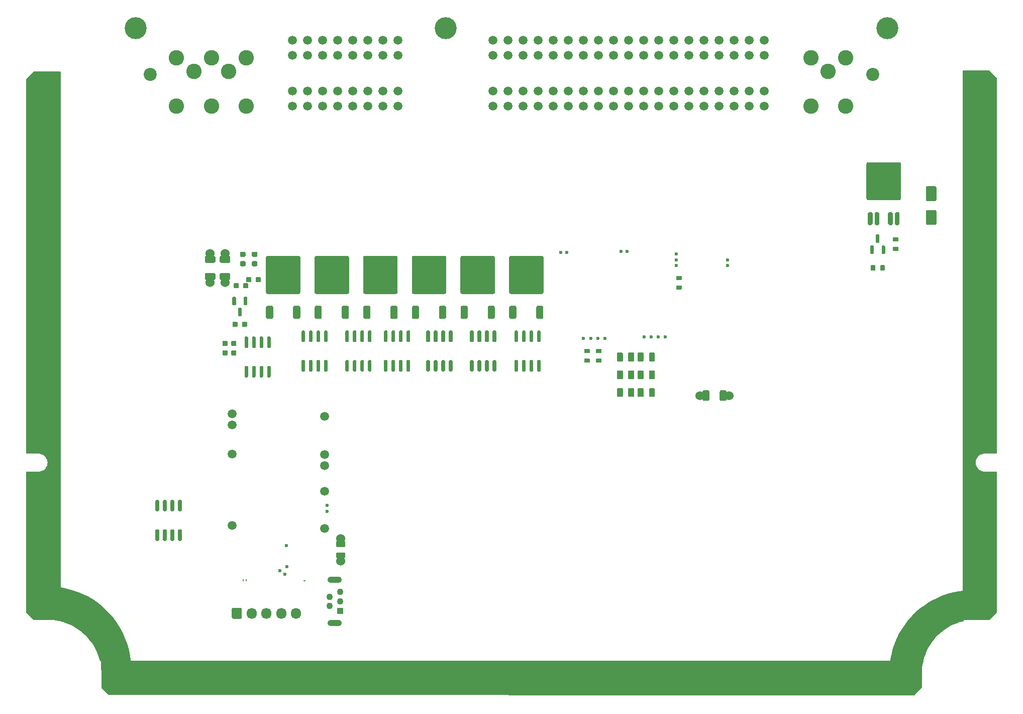
<source format=gts>
G04 #@! TF.GenerationSoftware,KiCad,Pcbnew,8.0.8*
G04 #@! TF.CreationDate,2025-12-11T16:30:44-05:00*
G04 #@! TF.ProjectId,hellen121vag,68656c6c-656e-4313-9231-7661672e6b69,d*
G04 #@! TF.SameCoordinates,PX2b953a0PY6943058*
G04 #@! TF.FileFunction,Soldermask,Top*
G04 #@! TF.FilePolarity,Negative*
%FSLAX46Y46*%
G04 Gerber Fmt 4.6, Leading zero omitted, Abs format (unit mm)*
G04 Created by KiCad (PCBNEW 8.0.8) date 2025-12-11 16:30:44*
%MOMM*%
%LPD*%
G01*
G04 APERTURE LIST*
%ADD10C,3.700000*%
%ADD11C,2.200000*%
%ADD12C,2.600000*%
%ADD13C,1.500000*%
%ADD14C,0.600000*%
%ADD15C,1.524000*%
%ADD16O,1.700000X1.850000*%
%ADD17R,1.100000X1.100000*%
%ADD18C,1.100000*%
%ADD19O,2.400000X1.100000*%
%ADD20O,0.499999X0.250000*%
%ADD21O,0.250000X0.499999*%
%ADD22C,0.599999*%
G04 APERTURE END LIST*
D10*
G04 #@! TO.C,P1*
X144952000Y113258000D03*
D11*
X142502000Y105458000D03*
D10*
X70452000Y113258000D03*
D11*
X20702000Y105458000D03*
D10*
X18252000Y113258000D03*
D12*
X137852000Y108258000D03*
X132052000Y108258000D03*
X134952000Y105928000D03*
X137852000Y100128000D03*
X132052000Y100128000D03*
D13*
X78432000Y100128000D03*
X80972000Y100128000D03*
X83512000Y100128000D03*
X86052000Y100128000D03*
X88592000Y100128000D03*
X91132000Y100128000D03*
X93672000Y100128000D03*
X96212000Y100128000D03*
X98752000Y100128000D03*
X101292000Y100128000D03*
X103832000Y100128000D03*
X106372000Y100128000D03*
X108912000Y100128000D03*
X111452000Y100128000D03*
X113992000Y100128000D03*
X116532000Y100128000D03*
X119072000Y100128000D03*
X121612000Y100128000D03*
X124152000Y100128000D03*
X78432000Y102668000D03*
X80972000Y102668000D03*
X83512000Y102668000D03*
X86052000Y102668000D03*
X88592000Y102668000D03*
X91132000Y102668000D03*
X93672000Y102668000D03*
X96212000Y102668000D03*
X98752000Y102668000D03*
X101292000Y102668000D03*
X103832000Y102668000D03*
X106372000Y102668000D03*
X108912000Y102668000D03*
X111452000Y102668000D03*
X113992000Y102668000D03*
X116532000Y102668000D03*
X119072000Y102668000D03*
X121612000Y102668000D03*
X124152000Y102668000D03*
X78432000Y108718000D03*
X80972000Y108718000D03*
X83512000Y108718000D03*
X86052000Y108718000D03*
X88592000Y108718000D03*
X91132000Y108718000D03*
X93672000Y108718000D03*
X96212000Y108718000D03*
X98752000Y108718000D03*
X101292000Y108718000D03*
X103832000Y108718000D03*
X106372000Y108718000D03*
X108912000Y108718000D03*
X111452000Y108718000D03*
X113992000Y108718000D03*
X116532000Y108718000D03*
X119072000Y108718000D03*
X121612000Y108718000D03*
X124152000Y108718000D03*
X78432000Y111258000D03*
X80972000Y111258000D03*
X83512000Y111258000D03*
X86052000Y111258000D03*
X88592000Y111258000D03*
X91132000Y111258000D03*
X93672000Y111258000D03*
X96212000Y111258000D03*
X98752000Y111258000D03*
X101292000Y111258000D03*
X103832000Y111258000D03*
X106372000Y111258000D03*
X108912000Y111258000D03*
X111452000Y111258000D03*
X113992000Y111258000D03*
X116532000Y111258000D03*
X119072000Y111258000D03*
X121612000Y111258000D03*
X124152000Y111258000D03*
X62462000Y111258000D03*
X59922000Y111258000D03*
X57382000Y111258000D03*
X54842000Y111258000D03*
X52302000Y111258000D03*
X49762000Y111258000D03*
X47222000Y111258000D03*
X44682000Y111258000D03*
X62462000Y108718000D03*
X59922000Y108718000D03*
X57382000Y108718000D03*
X54842000Y108718000D03*
X52302000Y108718000D03*
X49762000Y108718000D03*
X47222000Y108718000D03*
X44682000Y108718000D03*
X62462000Y102668000D03*
X59922000Y102668000D03*
X57382000Y102668000D03*
X54842000Y102668000D03*
X52302000Y102668000D03*
X49762000Y102668000D03*
X47222000Y102668000D03*
X44682000Y102668000D03*
X62462000Y100128000D03*
X59922000Y100128000D03*
X57382000Y100128000D03*
X54842000Y100128000D03*
X52302000Y100128000D03*
X49762000Y100128000D03*
X47222000Y100128000D03*
X44682000Y100128000D03*
D12*
X36852000Y108258000D03*
X31052000Y108258000D03*
X25152000Y108258000D03*
X33952000Y105928000D03*
X28052000Y105928000D03*
X36852000Y100128000D03*
X31052000Y100128000D03*
X25152000Y100128000D03*
G04 #@! TD*
G04 #@! TO.C,R12*
G36*
G01*
X99349999Y51250000D02*
X99349999Y52500000D01*
G75*
G02*
X99449999Y52600000I100000J0D01*
G01*
X100249999Y52600000D01*
G75*
G02*
X100349999Y52500000I0J-100000D01*
G01*
X100349999Y51250000D01*
G75*
G02*
X100249999Y51150000I-100000J0D01*
G01*
X99449999Y51150000D01*
G75*
G02*
X99349999Y51250000I0J100000D01*
G01*
G37*
G36*
G01*
X101250021Y51250000D02*
X101250021Y52500000D01*
G75*
G02*
X101350021Y52600000I100000J0D01*
G01*
X102150021Y52600000D01*
G75*
G02*
X102250021Y52500000I0J-100000D01*
G01*
X102250021Y51250000D01*
G75*
G02*
X102150021Y51150000I-100000J0D01*
G01*
X101350021Y51150000D01*
G75*
G02*
X101250021Y51250000I0J100000D01*
G01*
G37*
G04 #@! TD*
G04 #@! TO.C,L2*
G36*
G01*
X38043750Y75600000D02*
X38556250Y75600000D01*
G75*
G02*
X38775000Y75381250I0J-218750D01*
G01*
X38775000Y74943750D01*
G75*
G02*
X38556250Y74725000I-218750J0D01*
G01*
X38043750Y74725000D01*
G75*
G02*
X37825000Y74943750I0J218750D01*
G01*
X37825000Y75381250D01*
G75*
G02*
X38043750Y75600000I218750J0D01*
G01*
G37*
G36*
G01*
X38043750Y74025000D02*
X38556250Y74025000D01*
G75*
G02*
X38775000Y73806250I0J-218750D01*
G01*
X38775000Y73368750D01*
G75*
G02*
X38556250Y73150000I-218750J0D01*
G01*
X38043750Y73150000D01*
G75*
G02*
X37825000Y73368750I0J218750D01*
G01*
X37825000Y73806250D01*
G75*
G02*
X38043750Y74025000I218750J0D01*
G01*
G37*
G04 #@! TD*
G04 #@! TO.C,Q1*
G36*
G01*
X82150000Y64300000D02*
X81450000Y64300000D01*
G75*
G02*
X81200000Y64550000I0J250000D01*
G01*
X81200000Y66250000D01*
G75*
G02*
X81450000Y66500000I250000J0D01*
G01*
X82150000Y66500000D01*
G75*
G02*
X82400000Y66250000I0J-250000D01*
G01*
X82400000Y64550000D01*
G75*
G02*
X82150000Y64300000I-250000J0D01*
G01*
G37*
G36*
G01*
X86730003Y68500000D02*
X81429997Y68500000D01*
G75*
G02*
X81180000Y68749997I0J249997D01*
G01*
X81180000Y74650003D01*
G75*
G02*
X81429997Y74900000I249997J0D01*
G01*
X86730003Y74900000D01*
G75*
G02*
X86980000Y74650003I0J-249997D01*
G01*
X86980000Y68749997D01*
G75*
G02*
X86730003Y68500000I-249997J0D01*
G01*
G37*
G36*
G01*
X86710000Y64300000D02*
X86010000Y64300000D01*
G75*
G02*
X85760000Y64550000I0J250000D01*
G01*
X85760000Y66250000D01*
G75*
G02*
X86010000Y66500000I250000J0D01*
G01*
X86710000Y66500000D01*
G75*
G02*
X86960000Y66250000I0J-250000D01*
G01*
X86960000Y64550000D01*
G75*
G02*
X86710000Y64300000I-250000J0D01*
G01*
G37*
G04 #@! TD*
G04 #@! TO.C,Q4*
G36*
G01*
X57565000Y64300000D02*
X56865000Y64300000D01*
G75*
G02*
X56615000Y64550000I0J250000D01*
G01*
X56615000Y66250000D01*
G75*
G02*
X56865000Y66500000I250000J0D01*
G01*
X57565000Y66500000D01*
G75*
G02*
X57815000Y66250000I0J-250000D01*
G01*
X57815000Y64550000D01*
G75*
G02*
X57565000Y64300000I-250000J0D01*
G01*
G37*
G36*
G01*
X62145003Y68500000D02*
X56844997Y68500000D01*
G75*
G02*
X56595000Y68749997I0J249997D01*
G01*
X56595000Y74650003D01*
G75*
G02*
X56844997Y74900000I249997J0D01*
G01*
X62145003Y74900000D01*
G75*
G02*
X62395000Y74650003I0J-249997D01*
G01*
X62395000Y68749997D01*
G75*
G02*
X62145003Y68500000I-249997J0D01*
G01*
G37*
G36*
G01*
X62125000Y64300000D02*
X61425000Y64300000D01*
G75*
G02*
X61175000Y64550000I0J250000D01*
G01*
X61175000Y66250000D01*
G75*
G02*
X61425000Y66500000I250000J0D01*
G01*
X62125000Y66500000D01*
G75*
G02*
X62375000Y66250000I0J-250000D01*
G01*
X62375000Y64550000D01*
G75*
G02*
X62125000Y64300000I-250000J0D01*
G01*
G37*
G04 #@! TD*
G04 #@! TO.C,C28*
G36*
G01*
X36875000Y70535000D02*
X36875000Y71215000D01*
G75*
G02*
X36960000Y71300000I85000J0D01*
G01*
X37640000Y71300000D01*
G75*
G02*
X37725000Y71215000I0J-85000D01*
G01*
X37725000Y70535000D01*
G75*
G02*
X37640000Y70450000I-85000J0D01*
G01*
X36960000Y70450000D01*
G75*
G02*
X36875000Y70535000I0J85000D01*
G01*
G37*
G36*
G01*
X38455002Y70535000D02*
X38455002Y71215000D01*
G75*
G02*
X38540002Y71300000I85000J0D01*
G01*
X39220002Y71300000D01*
G75*
G02*
X39305002Y71215000I0J-85000D01*
G01*
X39305002Y70535000D01*
G75*
G02*
X39220002Y70450000I-85000J0D01*
G01*
X38540002Y70450000D01*
G75*
G02*
X38455002Y70535000I0J85000D01*
G01*
G37*
G04 #@! TD*
G04 #@! TO.C,U7*
G36*
G01*
X46640000Y55425000D02*
X46340000Y55425000D01*
G75*
G02*
X46190000Y55575000I0J150000D01*
G01*
X46190000Y57225000D01*
G75*
G02*
X46340000Y57375000I150000J0D01*
G01*
X46640000Y57375000D01*
G75*
G02*
X46790000Y57225000I0J-150000D01*
G01*
X46790000Y55575000D01*
G75*
G02*
X46640000Y55425000I-150000J0D01*
G01*
G37*
G36*
G01*
X47910000Y55425000D02*
X47610000Y55425000D01*
G75*
G02*
X47460000Y55575000I0J150000D01*
G01*
X47460000Y57225000D01*
G75*
G02*
X47610000Y57375000I150000J0D01*
G01*
X47910000Y57375000D01*
G75*
G02*
X48060000Y57225000I0J-150000D01*
G01*
X48060000Y55575000D01*
G75*
G02*
X47910000Y55425000I-150000J0D01*
G01*
G37*
G36*
G01*
X49180000Y55425000D02*
X48880000Y55425000D01*
G75*
G02*
X48730000Y55575000I0J150000D01*
G01*
X48730000Y57225000D01*
G75*
G02*
X48880000Y57375000I150000J0D01*
G01*
X49180000Y57375000D01*
G75*
G02*
X49330000Y57225000I0J-150000D01*
G01*
X49330000Y55575000D01*
G75*
G02*
X49180000Y55425000I-150000J0D01*
G01*
G37*
G36*
G01*
X50450000Y55425000D02*
X50150000Y55425000D01*
G75*
G02*
X50000000Y55575000I0J150000D01*
G01*
X50000000Y57225000D01*
G75*
G02*
X50150000Y57375000I150000J0D01*
G01*
X50450000Y57375000D01*
G75*
G02*
X50600000Y57225000I0J-150000D01*
G01*
X50600000Y55575000D01*
G75*
G02*
X50450000Y55425000I-150000J0D01*
G01*
G37*
G36*
G01*
X50450000Y60375000D02*
X50150000Y60375000D01*
G75*
G02*
X50000000Y60525000I0J150000D01*
G01*
X50000000Y62175000D01*
G75*
G02*
X50150000Y62325000I150000J0D01*
G01*
X50450000Y62325000D01*
G75*
G02*
X50600000Y62175000I0J-150000D01*
G01*
X50600000Y60525000D01*
G75*
G02*
X50450000Y60375000I-150000J0D01*
G01*
G37*
G36*
G01*
X49180000Y60375000D02*
X48880000Y60375000D01*
G75*
G02*
X48730000Y60525000I0J150000D01*
G01*
X48730000Y62175000D01*
G75*
G02*
X48880000Y62325000I150000J0D01*
G01*
X49180000Y62325000D01*
G75*
G02*
X49330000Y62175000I0J-150000D01*
G01*
X49330000Y60525000D01*
G75*
G02*
X49180000Y60375000I-150000J0D01*
G01*
G37*
G36*
G01*
X47910000Y60375000D02*
X47610000Y60375000D01*
G75*
G02*
X47460000Y60525000I0J150000D01*
G01*
X47460000Y62175000D01*
G75*
G02*
X47610000Y62325000I150000J0D01*
G01*
X47910000Y62325000D01*
G75*
G02*
X48060000Y62175000I0J-150000D01*
G01*
X48060000Y60525000D01*
G75*
G02*
X47910000Y60375000I-150000J0D01*
G01*
G37*
G36*
G01*
X46640000Y60375000D02*
X46340000Y60375000D01*
G75*
G02*
X46190000Y60525000I0J150000D01*
G01*
X46190000Y62175000D01*
G75*
G02*
X46340000Y62325000I150000J0D01*
G01*
X46640000Y62325000D01*
G75*
G02*
X46790000Y62175000I0J-150000D01*
G01*
X46790000Y60525000D01*
G75*
G02*
X46640000Y60375000I-150000J0D01*
G01*
G37*
G04 #@! TD*
D13*
G04 #@! TO.C,M1*
X50049998Y47874997D03*
X50049998Y41475000D03*
X50049998Y39574997D03*
X50049998Y35274997D03*
D14*
X50499997Y32875000D03*
X50499997Y31874999D03*
D13*
X50049998Y29024997D03*
X34550001Y48324999D03*
X34550001Y46475000D03*
X34550001Y41524997D03*
X34550001Y29474999D03*
G04 #@! TD*
D14*
G04 #@! TO.C,M2*
X109325000Y73300001D03*
X109325000Y74250001D03*
X109325000Y75199999D03*
X118025000Y74200001D03*
X118025000Y73300001D03*
G04 #@! TD*
G04 #@! TO.C,U10*
G36*
G01*
X142220000Y80075000D02*
X141820000Y80075000D01*
G75*
G02*
X141620000Y80275000I0J200000D01*
G01*
X141620000Y82075000D01*
G75*
G02*
X141820000Y82275000I200000J0D01*
G01*
X142220000Y82275000D01*
G75*
G02*
X142420000Y82075000I0J-200000D01*
G01*
X142420000Y80275000D01*
G75*
G02*
X142220000Y80075000I-200000J0D01*
G01*
G37*
G36*
G01*
X143360000Y80075000D02*
X142960000Y80075000D01*
G75*
G02*
X142760000Y80275000I0J200000D01*
G01*
X142760000Y82075000D01*
G75*
G02*
X142960000Y82275000I200000J0D01*
G01*
X143360000Y82275000D01*
G75*
G02*
X143560000Y82075000I0J-200000D01*
G01*
X143560000Y80275000D01*
G75*
G02*
X143360000Y80075000I-200000J0D01*
G01*
G37*
G36*
G01*
X146950003Y84275000D02*
X141649997Y84275000D01*
G75*
G02*
X141400000Y84524997I0J249997D01*
G01*
X141400000Y90425003D01*
G75*
G02*
X141649997Y90675000I249997J0D01*
G01*
X146950003Y90675000D01*
G75*
G02*
X147200000Y90425003I0J-249997D01*
G01*
X147200000Y84524997D01*
G75*
G02*
X146950003Y84275000I-249997J0D01*
G01*
G37*
G36*
G01*
X145640000Y80075000D02*
X145240000Y80075000D01*
G75*
G02*
X145040000Y80275000I0J200000D01*
G01*
X145040000Y82075000D01*
G75*
G02*
X145240000Y82275000I200000J0D01*
G01*
X145640000Y82275000D01*
G75*
G02*
X145840000Y82075000I0J-200000D01*
G01*
X145840000Y80275000D01*
G75*
G02*
X145640000Y80075000I-200000J0D01*
G01*
G37*
G36*
G01*
X146780000Y80075000D02*
X146380000Y80075000D01*
G75*
G02*
X146180000Y80275000I0J200000D01*
G01*
X146180000Y82075000D01*
G75*
G02*
X146380000Y82275000I200000J0D01*
G01*
X146780000Y82275000D01*
G75*
G02*
X146980000Y82075000I0J-200000D01*
G01*
X146980000Y80275000D01*
G75*
G02*
X146780000Y80075000I-200000J0D01*
G01*
G37*
G04 #@! TD*
G04 #@! TO.C,Q6*
G36*
G01*
X41175000Y64300000D02*
X40475000Y64300000D01*
G75*
G02*
X40225000Y64550000I0J250000D01*
G01*
X40225000Y66250000D01*
G75*
G02*
X40475000Y66500000I250000J0D01*
G01*
X41175000Y66500000D01*
G75*
G02*
X41425000Y66250000I0J-250000D01*
G01*
X41425000Y64550000D01*
G75*
G02*
X41175000Y64300000I-250000J0D01*
G01*
G37*
G36*
G01*
X45755003Y68500000D02*
X40454997Y68500000D01*
G75*
G02*
X40205000Y68749997I0J249997D01*
G01*
X40205000Y74650003D01*
G75*
G02*
X40454997Y74900000I249997J0D01*
G01*
X45755003Y74900000D01*
G75*
G02*
X46005000Y74650003I0J-249997D01*
G01*
X46005000Y68749997D01*
G75*
G02*
X45755003Y68500000I-249997J0D01*
G01*
G37*
G36*
G01*
X45735000Y64300000D02*
X45035000Y64300000D01*
G75*
G02*
X44785000Y64550000I0J250000D01*
G01*
X44785000Y66250000D01*
G75*
G02*
X45035000Y66500000I250000J0D01*
G01*
X45735000Y66500000D01*
G75*
G02*
X45985000Y66250000I0J-250000D01*
G01*
X45985000Y64550000D01*
G75*
G02*
X45735000Y64300000I-250000J0D01*
G01*
G37*
G04 #@! TD*
G04 #@! TO.C,C29*
G36*
G01*
X37015001Y63715000D02*
X37015001Y63035000D01*
G75*
G02*
X36930001Y62950000I-85000J0D01*
G01*
X36250001Y62950000D01*
G75*
G02*
X36165001Y63035000I0J85000D01*
G01*
X36165001Y63715000D01*
G75*
G02*
X36250001Y63800000I85000J0D01*
G01*
X36930001Y63800000D01*
G75*
G02*
X37015001Y63715000I0J-85000D01*
G01*
G37*
G36*
G01*
X35434999Y63715000D02*
X35434999Y63035000D01*
G75*
G02*
X35349999Y62950000I-85000J0D01*
G01*
X34669999Y62950000D01*
G75*
G02*
X34584999Y63035000I0J85000D01*
G01*
X34584999Y63715000D01*
G75*
G02*
X34669999Y63800000I85000J0D01*
G01*
X35349999Y63800000D01*
G75*
G02*
X35434999Y63715000I0J-85000D01*
G01*
G37*
G04 #@! TD*
G04 #@! TO.C,M4*
X105100000Y61237500D03*
X103900000Y61237500D03*
X106300000Y61237500D03*
X107500000Y61237500D03*
X101040000Y75662500D03*
X100040000Y75662500D03*
G04 #@! TD*
G04 #@! TO.C,C31*
G36*
G01*
X35140000Y58159999D02*
X34460000Y58159999D01*
G75*
G02*
X34375000Y58244999I0J85000D01*
G01*
X34375000Y58924999D01*
G75*
G02*
X34460000Y59009999I85000J0D01*
G01*
X35140000Y59009999D01*
G75*
G02*
X35225000Y58924999I0J-85000D01*
G01*
X35225000Y58244999D01*
G75*
G02*
X35140000Y58159999I-85000J0D01*
G01*
G37*
G36*
G01*
X35140000Y59740001D02*
X34460000Y59740001D01*
G75*
G02*
X34375000Y59825001I0J85000D01*
G01*
X34375000Y60505001D01*
G75*
G02*
X34460000Y60590001I85000J0D01*
G01*
X35140000Y60590001D01*
G75*
G02*
X35225000Y60505001I0J-85000D01*
G01*
X35225000Y59825001D01*
G75*
G02*
X35140000Y59740001I-85000J0D01*
G01*
G37*
G04 #@! TD*
G04 #@! TO.C,R8*
G36*
G01*
X102849999Y54250000D02*
X102849999Y55500000D01*
G75*
G02*
X102949999Y55600000I100000J0D01*
G01*
X103749999Y55600000D01*
G75*
G02*
X103849999Y55500000I0J-100000D01*
G01*
X103849999Y54250000D01*
G75*
G02*
X103749999Y54150000I-100000J0D01*
G01*
X102949999Y54150000D01*
G75*
G02*
X102849999Y54250000I0J100000D01*
G01*
G37*
G36*
G01*
X104750021Y54250000D02*
X104750021Y55500000D01*
G75*
G02*
X104850021Y55600000I100000J0D01*
G01*
X105650021Y55600000D01*
G75*
G02*
X105750021Y55500000I0J-100000D01*
G01*
X105750021Y54250000D01*
G75*
G02*
X105650021Y54150000I-100000J0D01*
G01*
X104850021Y54150000D01*
G75*
G02*
X104750021Y54250000I0J100000D01*
G01*
G37*
G04 #@! TD*
G04 #@! TO.C,R10*
G36*
G01*
X99349999Y57250000D02*
X99349999Y58500000D01*
G75*
G02*
X99449999Y58600000I100000J0D01*
G01*
X100249999Y58600000D01*
G75*
G02*
X100349999Y58500000I0J-100000D01*
G01*
X100349999Y57250000D01*
G75*
G02*
X100249999Y57150000I-100000J0D01*
G01*
X99449999Y57150000D01*
G75*
G02*
X99349999Y57250000I0J100000D01*
G01*
G37*
G36*
G01*
X101250021Y57250000D02*
X101250021Y58500000D01*
G75*
G02*
X101350021Y58600000I100000J0D01*
G01*
X102150021Y58600000D01*
G75*
G02*
X102250021Y58500000I0J-100000D01*
G01*
X102250021Y57250000D01*
G75*
G02*
X102150021Y57150000I-100000J0D01*
G01*
X101350021Y57150000D01*
G75*
G02*
X101250021Y57250000I0J100000D01*
G01*
G37*
G04 #@! TD*
G04 #@! TO.C,U5*
G36*
G01*
X60545000Y55425000D02*
X60245000Y55425000D01*
G75*
G02*
X60095000Y55575000I0J150000D01*
G01*
X60095000Y57225000D01*
G75*
G02*
X60245000Y57375000I150000J0D01*
G01*
X60545000Y57375000D01*
G75*
G02*
X60695000Y57225000I0J-150000D01*
G01*
X60695000Y55575000D01*
G75*
G02*
X60545000Y55425000I-150000J0D01*
G01*
G37*
G36*
G01*
X61815000Y55425000D02*
X61515000Y55425000D01*
G75*
G02*
X61365000Y55575000I0J150000D01*
G01*
X61365000Y57225000D01*
G75*
G02*
X61515000Y57375000I150000J0D01*
G01*
X61815000Y57375000D01*
G75*
G02*
X61965000Y57225000I0J-150000D01*
G01*
X61965000Y55575000D01*
G75*
G02*
X61815000Y55425000I-150000J0D01*
G01*
G37*
G36*
G01*
X63085000Y55425000D02*
X62785000Y55425000D01*
G75*
G02*
X62635000Y55575000I0J150000D01*
G01*
X62635000Y57225000D01*
G75*
G02*
X62785000Y57375000I150000J0D01*
G01*
X63085000Y57375000D01*
G75*
G02*
X63235000Y57225000I0J-150000D01*
G01*
X63235000Y55575000D01*
G75*
G02*
X63085000Y55425000I-150000J0D01*
G01*
G37*
G36*
G01*
X64355000Y55425000D02*
X64055000Y55425000D01*
G75*
G02*
X63905000Y55575000I0J150000D01*
G01*
X63905000Y57225000D01*
G75*
G02*
X64055000Y57375000I150000J0D01*
G01*
X64355000Y57375000D01*
G75*
G02*
X64505000Y57225000I0J-150000D01*
G01*
X64505000Y55575000D01*
G75*
G02*
X64355000Y55425000I-150000J0D01*
G01*
G37*
G36*
G01*
X64355000Y60375000D02*
X64055000Y60375000D01*
G75*
G02*
X63905000Y60525000I0J150000D01*
G01*
X63905000Y62175000D01*
G75*
G02*
X64055000Y62325000I150000J0D01*
G01*
X64355000Y62325000D01*
G75*
G02*
X64505000Y62175000I0J-150000D01*
G01*
X64505000Y60525000D01*
G75*
G02*
X64355000Y60375000I-150000J0D01*
G01*
G37*
G36*
G01*
X63085000Y60375000D02*
X62785000Y60375000D01*
G75*
G02*
X62635000Y60525000I0J150000D01*
G01*
X62635000Y62175000D01*
G75*
G02*
X62785000Y62325000I150000J0D01*
G01*
X63085000Y62325000D01*
G75*
G02*
X63235000Y62175000I0J-150000D01*
G01*
X63235000Y60525000D01*
G75*
G02*
X63085000Y60375000I-150000J0D01*
G01*
G37*
G36*
G01*
X61815000Y60375000D02*
X61515000Y60375000D01*
G75*
G02*
X61365000Y60525000I0J150000D01*
G01*
X61365000Y62175000D01*
G75*
G02*
X61515000Y62325000I150000J0D01*
G01*
X61815000Y62325000D01*
G75*
G02*
X61965000Y62175000I0J-150000D01*
G01*
X61965000Y60525000D01*
G75*
G02*
X61815000Y60375000I-150000J0D01*
G01*
G37*
G36*
G01*
X60545000Y60375000D02*
X60245000Y60375000D01*
G75*
G02*
X60095000Y60525000I0J150000D01*
G01*
X60095000Y62175000D01*
G75*
G02*
X60245000Y62325000I150000J0D01*
G01*
X60545000Y62325000D01*
G75*
G02*
X60695000Y62175000I0J-150000D01*
G01*
X60695000Y60525000D01*
G75*
G02*
X60545000Y60375000I-150000J0D01*
G01*
G37*
G04 #@! TD*
D15*
G04 #@! TO.C,F2*
X33300000Y75325000D03*
G36*
G01*
X32400000Y73980010D02*
X32400000Y74670010D01*
G75*
G02*
X32630000Y74900010I230000J0D01*
G01*
X33970000Y74900010D01*
G75*
G02*
X34200000Y74670010I0J-230000D01*
G01*
X34200000Y73980010D01*
G75*
G02*
X33970000Y73750010I-230000J0D01*
G01*
X32630000Y73750010D01*
G75*
G02*
X32400000Y73980010I0J230000D01*
G01*
G37*
G36*
G01*
X32400000Y71079990D02*
X32400000Y71769990D01*
G75*
G02*
X32630000Y71999990I230000J0D01*
G01*
X33970000Y71999990D01*
G75*
G02*
X34200000Y71769990I0J-230000D01*
G01*
X34200000Y71079990D01*
G75*
G02*
X33970000Y70849990I-230000J0D01*
G01*
X32630000Y70849990D01*
G75*
G02*
X32400000Y71079990I0J230000D01*
G01*
G37*
X33300000Y70425000D03*
G04 #@! TD*
G04 #@! TO.C,Q3*
G36*
G01*
X65760000Y64300000D02*
X65060000Y64300000D01*
G75*
G02*
X64810000Y64550000I0J250000D01*
G01*
X64810000Y66250000D01*
G75*
G02*
X65060000Y66500000I250000J0D01*
G01*
X65760000Y66500000D01*
G75*
G02*
X66010000Y66250000I0J-250000D01*
G01*
X66010000Y64550000D01*
G75*
G02*
X65760000Y64300000I-250000J0D01*
G01*
G37*
G36*
G01*
X70340003Y68500000D02*
X65039997Y68500000D01*
G75*
G02*
X64790000Y68749997I0J249997D01*
G01*
X64790000Y74650003D01*
G75*
G02*
X65039997Y74900000I249997J0D01*
G01*
X70340003Y74900000D01*
G75*
G02*
X70590000Y74650003I0J-249997D01*
G01*
X70590000Y68749997D01*
G75*
G02*
X70340003Y68500000I-249997J0D01*
G01*
G37*
G36*
G01*
X70320000Y64300000D02*
X69620000Y64300000D01*
G75*
G02*
X69370000Y64550000I0J250000D01*
G01*
X69370000Y66250000D01*
G75*
G02*
X69620000Y66500000I250000J0D01*
G01*
X70320000Y66500000D01*
G75*
G02*
X70570000Y66250000I0J-250000D01*
G01*
X70570000Y64550000D01*
G75*
G02*
X70320000Y64300000I-250000J0D01*
G01*
G37*
G04 #@! TD*
G04 #@! TO.C,R4*
X52800000Y27329999D03*
G36*
G01*
X52175000Y26875000D02*
X53425000Y26875000D01*
G75*
G02*
X53525000Y26775000I0J-100000D01*
G01*
X53525000Y25975000D01*
G75*
G02*
X53425000Y25875000I-100000J0D01*
G01*
X52175000Y25875000D01*
G75*
G02*
X52075000Y25975000I0J100000D01*
G01*
X52075000Y26775000D01*
G75*
G02*
X52175000Y26875000I100000J0D01*
G01*
G37*
G36*
G01*
X52175000Y24974978D02*
X53425000Y24974978D01*
G75*
G02*
X53525000Y24874978I0J-100000D01*
G01*
X53525000Y24074978D01*
G75*
G02*
X53425000Y23974978I-100000J0D01*
G01*
X52175000Y23974978D01*
G75*
G02*
X52075000Y24074978I0J100000D01*
G01*
X52075000Y24874978D01*
G75*
G02*
X52175000Y24974978I100000J0D01*
G01*
G37*
X52800000Y23519999D03*
G04 #@! TD*
G04 #@! TO.C,R9*
G36*
G01*
X102849999Y51250000D02*
X102849999Y52500000D01*
G75*
G02*
X102949999Y52600000I100000J0D01*
G01*
X103749999Y52600000D01*
G75*
G02*
X103849999Y52500000I0J-100000D01*
G01*
X103849999Y51250000D01*
G75*
G02*
X103749999Y51150000I-100000J0D01*
G01*
X102949999Y51150000D01*
G75*
G02*
X102849999Y51250000I0J100000D01*
G01*
G37*
G36*
G01*
X104750021Y51250000D02*
X104750021Y52500000D01*
G75*
G02*
X104850021Y52600000I100000J0D01*
G01*
X105650021Y52600000D01*
G75*
G02*
X105750021Y52500000I0J-100000D01*
G01*
X105750021Y51250000D01*
G75*
G02*
X105650021Y51150000I-100000J0D01*
G01*
X104850021Y51150000D01*
G75*
G02*
X104750021Y51250000I0J100000D01*
G01*
G37*
G04 #@! TD*
G04 #@! TO.C,F3*
X118250000Y51375000D03*
G36*
G01*
X116905010Y52275000D02*
X117595010Y52275000D01*
G75*
G02*
X117825010Y52045000I0J-230000D01*
G01*
X117825010Y50705000D01*
G75*
G02*
X117595010Y50475000I-230000J0D01*
G01*
X116905010Y50475000D01*
G75*
G02*
X116675010Y50705000I0J230000D01*
G01*
X116675010Y52045000D01*
G75*
G02*
X116905010Y52275000I230000J0D01*
G01*
G37*
G36*
G01*
X114004990Y52275000D02*
X114694990Y52275000D01*
G75*
G02*
X114924990Y52045000I0J-230000D01*
G01*
X114924990Y50705000D01*
G75*
G02*
X114694990Y50475000I-230000J0D01*
G01*
X114004990Y50475000D01*
G75*
G02*
X113774990Y50705000I0J230000D01*
G01*
X113774990Y52045000D01*
G75*
G02*
X114004990Y52275000I230000J0D01*
G01*
G37*
X113350000Y51375000D03*
G04 #@! TD*
G04 #@! TO.C,F1*
X30800000Y75325000D03*
G36*
G01*
X29900000Y73980010D02*
X29900000Y74670010D01*
G75*
G02*
X30130000Y74900010I230000J0D01*
G01*
X31470000Y74900010D01*
G75*
G02*
X31700000Y74670010I0J-230000D01*
G01*
X31700000Y73980010D01*
G75*
G02*
X31470000Y73750010I-230000J0D01*
G01*
X30130000Y73750010D01*
G75*
G02*
X29900000Y73980010I0J230000D01*
G01*
G37*
G36*
G01*
X29900000Y71079990D02*
X29900000Y71769990D01*
G75*
G02*
X30130000Y71999990I230000J0D01*
G01*
X31470000Y71999990D01*
G75*
G02*
X31700000Y71769990I0J-230000D01*
G01*
X31700000Y71079990D01*
G75*
G02*
X31470000Y70849990I-230000J0D01*
G01*
X30130000Y70849990D01*
G75*
G02*
X29900000Y71079990I0J230000D01*
G01*
G37*
X30800000Y70425000D03*
G04 #@! TD*
G04 #@! TO.C,Q7*
G36*
G01*
X142500000Y75200000D02*
X142200000Y75200000D01*
G75*
G02*
X142050000Y75350000I0J150000D01*
G01*
X142050000Y76525000D01*
G75*
G02*
X142200000Y76675000I150000J0D01*
G01*
X142500000Y76675000D01*
G75*
G02*
X142650000Y76525000I0J-150000D01*
G01*
X142650000Y75350000D01*
G75*
G02*
X142500000Y75200000I-150000J0D01*
G01*
G37*
G36*
G01*
X144400000Y75200000D02*
X144100000Y75200000D01*
G75*
G02*
X143950000Y75350000I0J150000D01*
G01*
X143950000Y76525000D01*
G75*
G02*
X144100000Y76675000I150000J0D01*
G01*
X144400000Y76675000D01*
G75*
G02*
X144550000Y76525000I0J-150000D01*
G01*
X144550000Y75350000D01*
G75*
G02*
X144400000Y75200000I-150000J0D01*
G01*
G37*
G36*
G01*
X143450000Y77075000D02*
X143150000Y77075000D01*
G75*
G02*
X143000000Y77225000I0J150000D01*
G01*
X143000000Y78400000D01*
G75*
G02*
X143150000Y78550000I150000J0D01*
G01*
X143450000Y78550000D01*
G75*
G02*
X143600000Y78400000I0J-150000D01*
G01*
X143600000Y77225000D01*
G75*
G02*
X143450000Y77075000I-150000J0D01*
G01*
G37*
G04 #@! TD*
G04 #@! TO.C,J21*
G36*
G01*
X34450000Y14050000D02*
X34450000Y15400000D01*
G75*
G02*
X34700000Y15650000I250000J0D01*
G01*
X35900000Y15650000D01*
G75*
G02*
X36150000Y15400000I0J-250000D01*
G01*
X36150000Y14050000D01*
G75*
G02*
X35900000Y13800000I-250000J0D01*
G01*
X34700000Y13800000D01*
G75*
G02*
X34450000Y14050000I0J250000D01*
G01*
G37*
D16*
X37800000Y14725000D03*
X40300000Y14725000D03*
X42800000Y14725000D03*
X45300000Y14725000D03*
G04 #@! TD*
G04 #@! TO.C,R15*
G36*
G01*
X142150000Y72485000D02*
X142150000Y73265000D01*
G75*
G02*
X142220000Y73335000I70000J0D01*
G01*
X142780000Y73335000D01*
G75*
G02*
X142850000Y73265000I0J-70000D01*
G01*
X142850000Y72485000D01*
G75*
G02*
X142780000Y72415000I-70000J0D01*
G01*
X142220000Y72415000D01*
G75*
G02*
X142150000Y72485000I0J70000D01*
G01*
G37*
G36*
G01*
X143750000Y72485000D02*
X143750000Y73265000D01*
G75*
G02*
X143820000Y73335000I70000J0D01*
G01*
X144380000Y73335000D01*
G75*
G02*
X144450000Y73265000I0J-70000D01*
G01*
X144450000Y72485000D01*
G75*
G02*
X144380000Y72415000I-70000J0D01*
G01*
X143820000Y72415000D01*
G75*
G02*
X143750000Y72485000I0J70000D01*
G01*
G37*
G04 #@! TD*
G04 #@! TO.C,C30*
G36*
G01*
X37225000Y70215000D02*
X37225000Y69535000D01*
G75*
G02*
X37140000Y69450000I-85000J0D01*
G01*
X36460000Y69450000D01*
G75*
G02*
X36375000Y69535000I0J85000D01*
G01*
X36375000Y70215000D01*
G75*
G02*
X36460000Y70300000I85000J0D01*
G01*
X37140000Y70300000D01*
G75*
G02*
X37225000Y70215000I0J-85000D01*
G01*
G37*
G36*
G01*
X35644998Y70215000D02*
X35644998Y69535000D01*
G75*
G02*
X35559998Y69450000I-85000J0D01*
G01*
X34879998Y69450000D01*
G75*
G02*
X34794998Y69535000I0J85000D01*
G01*
X34794998Y70215000D01*
G75*
G02*
X34879998Y70300000I85000J0D01*
G01*
X35559998Y70300000D01*
G75*
G02*
X35644998Y70215000I0J-85000D01*
G01*
G37*
G04 #@! TD*
G04 #@! TO.C,D6*
G36*
G01*
X36600000Y68050000D02*
X36900000Y68050000D01*
G75*
G02*
X37050000Y67900000I0J-150000D01*
G01*
X37050000Y66725000D01*
G75*
G02*
X36900000Y66575000I-150000J0D01*
G01*
X36600000Y66575000D01*
G75*
G02*
X36450000Y66725000I0J150000D01*
G01*
X36450000Y67900000D01*
G75*
G02*
X36600000Y68050000I150000J0D01*
G01*
G37*
G36*
G01*
X34700000Y68050000D02*
X35000000Y68050000D01*
G75*
G02*
X35150000Y67900000I0J-150000D01*
G01*
X35150000Y66725000D01*
G75*
G02*
X35000000Y66575000I-150000J0D01*
G01*
X34700000Y66575000D01*
G75*
G02*
X34550000Y66725000I0J150000D01*
G01*
X34550000Y67900000D01*
G75*
G02*
X34700000Y68050000I150000J0D01*
G01*
G37*
G36*
G01*
X35650000Y66175000D02*
X35950000Y66175000D01*
G75*
G02*
X36100000Y66025000I0J-150000D01*
G01*
X36100000Y64850000D01*
G75*
G02*
X35950000Y64700000I-150000J0D01*
G01*
X35650000Y64700000D01*
G75*
G02*
X35500000Y64850000I0J150000D01*
G01*
X35500000Y66025000D01*
G75*
G02*
X35650000Y66175000I150000J0D01*
G01*
G37*
G04 #@! TD*
G04 #@! TO.C,U3*
G36*
G01*
X75045000Y55425000D02*
X74745000Y55425000D01*
G75*
G02*
X74595000Y55575000I0J150000D01*
G01*
X74595000Y57225000D01*
G75*
G02*
X74745000Y57375000I150000J0D01*
G01*
X75045000Y57375000D01*
G75*
G02*
X75195000Y57225000I0J-150000D01*
G01*
X75195000Y55575000D01*
G75*
G02*
X75045000Y55425000I-150000J0D01*
G01*
G37*
G36*
G01*
X76315000Y55425000D02*
X76015000Y55425000D01*
G75*
G02*
X75865000Y55575000I0J150000D01*
G01*
X75865000Y57225000D01*
G75*
G02*
X76015000Y57375000I150000J0D01*
G01*
X76315000Y57375000D01*
G75*
G02*
X76465000Y57225000I0J-150000D01*
G01*
X76465000Y55575000D01*
G75*
G02*
X76315000Y55425000I-150000J0D01*
G01*
G37*
G36*
G01*
X77585000Y55425000D02*
X77285000Y55425000D01*
G75*
G02*
X77135000Y55575000I0J150000D01*
G01*
X77135000Y57225000D01*
G75*
G02*
X77285000Y57375000I150000J0D01*
G01*
X77585000Y57375000D01*
G75*
G02*
X77735000Y57225000I0J-150000D01*
G01*
X77735000Y55575000D01*
G75*
G02*
X77585000Y55425000I-150000J0D01*
G01*
G37*
G36*
G01*
X78855000Y55425000D02*
X78555000Y55425000D01*
G75*
G02*
X78405000Y55575000I0J150000D01*
G01*
X78405000Y57225000D01*
G75*
G02*
X78555000Y57375000I150000J0D01*
G01*
X78855000Y57375000D01*
G75*
G02*
X79005000Y57225000I0J-150000D01*
G01*
X79005000Y55575000D01*
G75*
G02*
X78855000Y55425000I-150000J0D01*
G01*
G37*
G36*
G01*
X78855000Y60375000D02*
X78555000Y60375000D01*
G75*
G02*
X78405000Y60525000I0J150000D01*
G01*
X78405000Y62175000D01*
G75*
G02*
X78555000Y62325000I150000J0D01*
G01*
X78855000Y62325000D01*
G75*
G02*
X79005000Y62175000I0J-150000D01*
G01*
X79005000Y60525000D01*
G75*
G02*
X78855000Y60375000I-150000J0D01*
G01*
G37*
G36*
G01*
X77585000Y60375000D02*
X77285000Y60375000D01*
G75*
G02*
X77135000Y60525000I0J150000D01*
G01*
X77135000Y62175000D01*
G75*
G02*
X77285000Y62325000I150000J0D01*
G01*
X77585000Y62325000D01*
G75*
G02*
X77735000Y62175000I0J-150000D01*
G01*
X77735000Y60525000D01*
G75*
G02*
X77585000Y60375000I-150000J0D01*
G01*
G37*
G36*
G01*
X76315000Y60375000D02*
X76015000Y60375000D01*
G75*
G02*
X75865000Y60525000I0J150000D01*
G01*
X75865000Y62175000D01*
G75*
G02*
X76015000Y62325000I150000J0D01*
G01*
X76315000Y62325000D01*
G75*
G02*
X76465000Y62175000I0J-150000D01*
G01*
X76465000Y60525000D01*
G75*
G02*
X76315000Y60375000I-150000J0D01*
G01*
G37*
G36*
G01*
X75045000Y60375000D02*
X74745000Y60375000D01*
G75*
G02*
X74595000Y60525000I0J150000D01*
G01*
X74595000Y62175000D01*
G75*
G02*
X74745000Y62325000I150000J0D01*
G01*
X75045000Y62325000D01*
G75*
G02*
X75195000Y62175000I0J-150000D01*
G01*
X75195000Y60525000D01*
G75*
G02*
X75045000Y60375000I-150000J0D01*
G01*
G37*
G04 #@! TD*
G04 #@! TO.C,Q5*
G36*
G01*
X49370000Y64300000D02*
X48670000Y64300000D01*
G75*
G02*
X48420000Y64550000I0J250000D01*
G01*
X48420000Y66250000D01*
G75*
G02*
X48670000Y66500000I250000J0D01*
G01*
X49370000Y66500000D01*
G75*
G02*
X49620000Y66250000I0J-250000D01*
G01*
X49620000Y64550000D01*
G75*
G02*
X49370000Y64300000I-250000J0D01*
G01*
G37*
G36*
G01*
X53950003Y68500000D02*
X48649997Y68500000D01*
G75*
G02*
X48400000Y68749997I0J249997D01*
G01*
X48400000Y74650003D01*
G75*
G02*
X48649997Y74900000I249997J0D01*
G01*
X53950003Y74900000D01*
G75*
G02*
X54200000Y74650003I0J-249997D01*
G01*
X54200000Y68749997D01*
G75*
G02*
X53950003Y68500000I-249997J0D01*
G01*
G37*
G36*
G01*
X53930000Y64300000D02*
X53230000Y64300000D01*
G75*
G02*
X52980000Y64550000I0J250000D01*
G01*
X52980000Y66250000D01*
G75*
G02*
X53230000Y66500000I250000J0D01*
G01*
X53930000Y66500000D01*
G75*
G02*
X54180000Y66250000I0J-250000D01*
G01*
X54180000Y64550000D01*
G75*
G02*
X53930000Y64300000I-250000J0D01*
G01*
G37*
G04 #@! TD*
D14*
G04 #@! TO.C,M3*
X94925000Y61050000D03*
X93725000Y61050000D03*
X96125000Y61050000D03*
X97325000Y61050000D03*
X90865000Y75475000D03*
X89865000Y75475000D03*
G04 #@! TD*
G04 #@! TO.C,R1*
G36*
G01*
X110190000Y69225000D02*
X109410000Y69225000D01*
G75*
G02*
X109340000Y69295000I0J70000D01*
G01*
X109340000Y69855000D01*
G75*
G02*
X109410000Y69925000I70000J0D01*
G01*
X110190000Y69925000D01*
G75*
G02*
X110260000Y69855000I0J-70000D01*
G01*
X110260000Y69295000D01*
G75*
G02*
X110190000Y69225000I-70000J0D01*
G01*
G37*
G36*
G01*
X110190000Y70825000D02*
X109410000Y70825000D01*
G75*
G02*
X109340000Y70895000I0J70000D01*
G01*
X109340000Y71455000D01*
G75*
G02*
X109410000Y71525000I70000J0D01*
G01*
X110190000Y71525000D01*
G75*
G02*
X110260000Y71455000I0J-70000D01*
G01*
X110260000Y70895000D01*
G75*
G02*
X110190000Y70825000I-70000J0D01*
G01*
G37*
G04 #@! TD*
G04 #@! TO.C,R54*
G36*
G01*
X145910000Y78025000D02*
X146690000Y78025000D01*
G75*
G02*
X146760000Y77955000I0J-70000D01*
G01*
X146760000Y77395000D01*
G75*
G02*
X146690000Y77325000I-70000J0D01*
G01*
X145910000Y77325000D01*
G75*
G02*
X145840000Y77395000I0J70000D01*
G01*
X145840000Y77955000D01*
G75*
G02*
X145910000Y78025000I70000J0D01*
G01*
G37*
G36*
G01*
X145910000Y76425000D02*
X146690000Y76425000D01*
G75*
G02*
X146760000Y76355000I0J-70000D01*
G01*
X146760000Y75795000D01*
G75*
G02*
X146690000Y75725000I-70000J0D01*
G01*
X145910000Y75725000D01*
G75*
G02*
X145840000Y75795000I0J70000D01*
G01*
X145840000Y76355000D01*
G75*
G02*
X145910000Y76425000I70000J0D01*
G01*
G37*
G04 #@! TD*
G04 #@! TO.C,R6*
G36*
G01*
X93910000Y59225000D02*
X94690000Y59225000D01*
G75*
G02*
X94760000Y59155000I0J-70000D01*
G01*
X94760000Y58595000D01*
G75*
G02*
X94690000Y58525000I-70000J0D01*
G01*
X93910000Y58525000D01*
G75*
G02*
X93840000Y58595000I0J70000D01*
G01*
X93840000Y59155000D01*
G75*
G02*
X93910000Y59225000I70000J0D01*
G01*
G37*
G36*
G01*
X93910000Y57625000D02*
X94690000Y57625000D01*
G75*
G02*
X94760000Y57555000I0J-70000D01*
G01*
X94760000Y56995000D01*
G75*
G02*
X94690000Y56925000I-70000J0D01*
G01*
X93910000Y56925000D01*
G75*
G02*
X93840000Y56995000I0J70000D01*
G01*
X93840000Y57555000D01*
G75*
G02*
X93910000Y57625000I70000J0D01*
G01*
G37*
G04 #@! TD*
G04 #@! TO.C,U6*
G36*
G01*
X67680000Y55425000D02*
X67380000Y55425000D01*
G75*
G02*
X67230000Y55575000I0J150000D01*
G01*
X67230000Y57225000D01*
G75*
G02*
X67380000Y57375000I150000J0D01*
G01*
X67680000Y57375000D01*
G75*
G02*
X67830000Y57225000I0J-150000D01*
G01*
X67830000Y55575000D01*
G75*
G02*
X67680000Y55425000I-150000J0D01*
G01*
G37*
G36*
G01*
X68950000Y55425000D02*
X68650000Y55425000D01*
G75*
G02*
X68500000Y55575000I0J150000D01*
G01*
X68500000Y57225000D01*
G75*
G02*
X68650000Y57375000I150000J0D01*
G01*
X68950000Y57375000D01*
G75*
G02*
X69100000Y57225000I0J-150000D01*
G01*
X69100000Y55575000D01*
G75*
G02*
X68950000Y55425000I-150000J0D01*
G01*
G37*
G36*
G01*
X70220000Y55425000D02*
X69920000Y55425000D01*
G75*
G02*
X69770000Y55575000I0J150000D01*
G01*
X69770000Y57225000D01*
G75*
G02*
X69920000Y57375000I150000J0D01*
G01*
X70220000Y57375000D01*
G75*
G02*
X70370000Y57225000I0J-150000D01*
G01*
X70370000Y55575000D01*
G75*
G02*
X70220000Y55425000I-150000J0D01*
G01*
G37*
G36*
G01*
X71490000Y55425000D02*
X71190000Y55425000D01*
G75*
G02*
X71040000Y55575000I0J150000D01*
G01*
X71040000Y57225000D01*
G75*
G02*
X71190000Y57375000I150000J0D01*
G01*
X71490000Y57375000D01*
G75*
G02*
X71640000Y57225000I0J-150000D01*
G01*
X71640000Y55575000D01*
G75*
G02*
X71490000Y55425000I-150000J0D01*
G01*
G37*
G36*
G01*
X71490000Y60375000D02*
X71190000Y60375000D01*
G75*
G02*
X71040000Y60525000I0J150000D01*
G01*
X71040000Y62175000D01*
G75*
G02*
X71190000Y62325000I150000J0D01*
G01*
X71490000Y62325000D01*
G75*
G02*
X71640000Y62175000I0J-150000D01*
G01*
X71640000Y60525000D01*
G75*
G02*
X71490000Y60375000I-150000J0D01*
G01*
G37*
G36*
G01*
X70220000Y60375000D02*
X69920000Y60375000D01*
G75*
G02*
X69770000Y60525000I0J150000D01*
G01*
X69770000Y62175000D01*
G75*
G02*
X69920000Y62325000I150000J0D01*
G01*
X70220000Y62325000D01*
G75*
G02*
X70370000Y62175000I0J-150000D01*
G01*
X70370000Y60525000D01*
G75*
G02*
X70220000Y60375000I-150000J0D01*
G01*
G37*
G36*
G01*
X68950000Y60375000D02*
X68650000Y60375000D01*
G75*
G02*
X68500000Y60525000I0J150000D01*
G01*
X68500000Y62175000D01*
G75*
G02*
X68650000Y62325000I150000J0D01*
G01*
X68950000Y62325000D01*
G75*
G02*
X69100000Y62175000I0J-150000D01*
G01*
X69100000Y60525000D01*
G75*
G02*
X68950000Y60375000I-150000J0D01*
G01*
G37*
G36*
G01*
X67680000Y60375000D02*
X67380000Y60375000D01*
G75*
G02*
X67230000Y60525000I0J150000D01*
G01*
X67230000Y62175000D01*
G75*
G02*
X67380000Y62325000I150000J0D01*
G01*
X67680000Y62325000D01*
G75*
G02*
X67830000Y62175000I0J-150000D01*
G01*
X67830000Y60525000D01*
G75*
G02*
X67680000Y60375000I-150000J0D01*
G01*
G37*
G04 #@! TD*
G04 #@! TO.C,L1*
G36*
G01*
X36043750Y75600000D02*
X36556250Y75600000D01*
G75*
G02*
X36775000Y75381250I0J-218750D01*
G01*
X36775000Y74943750D01*
G75*
G02*
X36556250Y74725000I-218750J0D01*
G01*
X36043750Y74725000D01*
G75*
G02*
X35825000Y74943750I0J218750D01*
G01*
X35825000Y75381250D01*
G75*
G02*
X36043750Y75600000I218750J0D01*
G01*
G37*
G36*
G01*
X36043750Y74025000D02*
X36556250Y74025000D01*
G75*
G02*
X36775000Y73806250I0J-218750D01*
G01*
X36775000Y73368750D01*
G75*
G02*
X36556250Y73150000I-218750J0D01*
G01*
X36043750Y73150000D01*
G75*
G02*
X35825000Y73368750I0J218750D01*
G01*
X35825000Y73806250D01*
G75*
G02*
X36043750Y74025000I218750J0D01*
G01*
G37*
G04 #@! TD*
G04 #@! TO.C,R7*
G36*
G01*
X102849999Y57250000D02*
X102849999Y58500000D01*
G75*
G02*
X102949999Y58600000I100000J0D01*
G01*
X103749999Y58600000D01*
G75*
G02*
X103849999Y58500000I0J-100000D01*
G01*
X103849999Y57250000D01*
G75*
G02*
X103749999Y57150000I-100000J0D01*
G01*
X102949999Y57150000D01*
G75*
G02*
X102849999Y57250000I0J100000D01*
G01*
G37*
G36*
G01*
X104750021Y57250000D02*
X104750021Y58500000D01*
G75*
G02*
X104850021Y58600000I100000J0D01*
G01*
X105650021Y58600000D01*
G75*
G02*
X105750021Y58500000I0J-100000D01*
G01*
X105750021Y57250000D01*
G75*
G02*
X105650021Y57150000I-100000J0D01*
G01*
X104850021Y57150000D01*
G75*
G02*
X104750021Y57250000I0J100000D01*
G01*
G37*
G04 #@! TD*
G04 #@! TO.C,R11*
G36*
G01*
X99349999Y54250000D02*
X99349999Y55500000D01*
G75*
G02*
X99449999Y55600000I100000J0D01*
G01*
X100249999Y55600000D01*
G75*
G02*
X100349999Y55500000I0J-100000D01*
G01*
X100349999Y54250000D01*
G75*
G02*
X100249999Y54150000I-100000J0D01*
G01*
X99449999Y54150000D01*
G75*
G02*
X99349999Y54250000I0J100000D01*
G01*
G37*
G36*
G01*
X101250021Y54250000D02*
X101250021Y55500000D01*
G75*
G02*
X101350021Y55600000I100000J0D01*
G01*
X102150021Y55600000D01*
G75*
G02*
X102250021Y55500000I0J-100000D01*
G01*
X102250021Y54250000D01*
G75*
G02*
X102150021Y54150000I-100000J0D01*
G01*
X101350021Y54150000D01*
G75*
G02*
X101250021Y54250000I0J100000D01*
G01*
G37*
G04 #@! TD*
G04 #@! TO.C,U4*
G36*
G01*
X54045000Y55425000D02*
X53745000Y55425000D01*
G75*
G02*
X53595000Y55575000I0J150000D01*
G01*
X53595000Y57225000D01*
G75*
G02*
X53745000Y57375000I150000J0D01*
G01*
X54045000Y57375000D01*
G75*
G02*
X54195000Y57225000I0J-150000D01*
G01*
X54195000Y55575000D01*
G75*
G02*
X54045000Y55425000I-150000J0D01*
G01*
G37*
G36*
G01*
X55315000Y55425000D02*
X55015000Y55425000D01*
G75*
G02*
X54865000Y55575000I0J150000D01*
G01*
X54865000Y57225000D01*
G75*
G02*
X55015000Y57375000I150000J0D01*
G01*
X55315000Y57375000D01*
G75*
G02*
X55465000Y57225000I0J-150000D01*
G01*
X55465000Y55575000D01*
G75*
G02*
X55315000Y55425000I-150000J0D01*
G01*
G37*
G36*
G01*
X56585000Y55425000D02*
X56285000Y55425000D01*
G75*
G02*
X56135000Y55575000I0J150000D01*
G01*
X56135000Y57225000D01*
G75*
G02*
X56285000Y57375000I150000J0D01*
G01*
X56585000Y57375000D01*
G75*
G02*
X56735000Y57225000I0J-150000D01*
G01*
X56735000Y55575000D01*
G75*
G02*
X56585000Y55425000I-150000J0D01*
G01*
G37*
G36*
G01*
X57855000Y55425000D02*
X57555000Y55425000D01*
G75*
G02*
X57405000Y55575000I0J150000D01*
G01*
X57405000Y57225000D01*
G75*
G02*
X57555000Y57375000I150000J0D01*
G01*
X57855000Y57375000D01*
G75*
G02*
X58005000Y57225000I0J-150000D01*
G01*
X58005000Y55575000D01*
G75*
G02*
X57855000Y55425000I-150000J0D01*
G01*
G37*
G36*
G01*
X57855000Y60375000D02*
X57555000Y60375000D01*
G75*
G02*
X57405000Y60525000I0J150000D01*
G01*
X57405000Y62175000D01*
G75*
G02*
X57555000Y62325000I150000J0D01*
G01*
X57855000Y62325000D01*
G75*
G02*
X58005000Y62175000I0J-150000D01*
G01*
X58005000Y60525000D01*
G75*
G02*
X57855000Y60375000I-150000J0D01*
G01*
G37*
G36*
G01*
X56585000Y60375000D02*
X56285000Y60375000D01*
G75*
G02*
X56135000Y60525000I0J150000D01*
G01*
X56135000Y62175000D01*
G75*
G02*
X56285000Y62325000I150000J0D01*
G01*
X56585000Y62325000D01*
G75*
G02*
X56735000Y62175000I0J-150000D01*
G01*
X56735000Y60525000D01*
G75*
G02*
X56585000Y60375000I-150000J0D01*
G01*
G37*
G36*
G01*
X55315000Y60375000D02*
X55015000Y60375000D01*
G75*
G02*
X54865000Y60525000I0J150000D01*
G01*
X54865000Y62175000D01*
G75*
G02*
X55015000Y62325000I150000J0D01*
G01*
X55315000Y62325000D01*
G75*
G02*
X55465000Y62175000I0J-150000D01*
G01*
X55465000Y60525000D01*
G75*
G02*
X55315000Y60375000I-150000J0D01*
G01*
G37*
G36*
G01*
X54045000Y60375000D02*
X53745000Y60375000D01*
G75*
G02*
X53595000Y60525000I0J150000D01*
G01*
X53595000Y62175000D01*
G75*
G02*
X53745000Y62325000I150000J0D01*
G01*
X54045000Y62325000D01*
G75*
G02*
X54195000Y62175000I0J-150000D01*
G01*
X54195000Y60525000D01*
G75*
G02*
X54045000Y60375000I-150000J0D01*
G01*
G37*
G04 #@! TD*
G04 #@! TO.C,D5*
G36*
G01*
X152950000Y80125000D02*
X151650000Y80125000D01*
G75*
G02*
X151400000Y80375000I0J250000D01*
G01*
X151400000Y82375000D01*
G75*
G02*
X151650000Y82625000I250000J0D01*
G01*
X152950000Y82625000D01*
G75*
G02*
X153200000Y82375000I0J-250000D01*
G01*
X153200000Y80375000D01*
G75*
G02*
X152950000Y80125000I-250000J0D01*
G01*
G37*
G36*
G01*
X152950000Y84125000D02*
X151650000Y84125000D01*
G75*
G02*
X151400000Y84375000I0J250000D01*
G01*
X151400000Y86375000D01*
G75*
G02*
X151650000Y86625000I250000J0D01*
G01*
X152950000Y86625000D01*
G75*
G02*
X153200000Y86375000I0J-250000D01*
G01*
X153200000Y84375000D01*
G75*
G02*
X152950000Y84125000I-250000J0D01*
G01*
G37*
G04 #@! TD*
D17*
G04 #@! TO.C,J22*
X52675000Y15125000D03*
D18*
X50925000Y15925000D03*
X52675000Y16725000D03*
X50925000Y17525000D03*
X52675000Y18325000D03*
D19*
X51800000Y13075000D03*
X51800000Y20375000D03*
G04 #@! TD*
G04 #@! TO.C,Q2*
G36*
G01*
X73955000Y64300000D02*
X73255000Y64300000D01*
G75*
G02*
X73005000Y64550000I0J250000D01*
G01*
X73005000Y66250000D01*
G75*
G02*
X73255000Y66500000I250000J0D01*
G01*
X73955000Y66500000D01*
G75*
G02*
X74205000Y66250000I0J-250000D01*
G01*
X74205000Y64550000D01*
G75*
G02*
X73955000Y64300000I-250000J0D01*
G01*
G37*
G36*
G01*
X78535003Y68500000D02*
X73234997Y68500000D01*
G75*
G02*
X72985000Y68749997I0J249997D01*
G01*
X72985000Y74650003D01*
G75*
G02*
X73234997Y74900000I249997J0D01*
G01*
X78535003Y74900000D01*
G75*
G02*
X78785000Y74650003I0J-249997D01*
G01*
X78785000Y68749997D01*
G75*
G02*
X78535003Y68500000I-249997J0D01*
G01*
G37*
G36*
G01*
X78515000Y64300000D02*
X77815000Y64300000D01*
G75*
G02*
X77565000Y64550000I0J250000D01*
G01*
X77565000Y66250000D01*
G75*
G02*
X77815000Y66500000I250000J0D01*
G01*
X78515000Y66500000D01*
G75*
G02*
X78765000Y66250000I0J-250000D01*
G01*
X78765000Y64550000D01*
G75*
G02*
X78515000Y64300000I-250000J0D01*
G01*
G37*
G04 #@! TD*
G04 #@! TO.C,C32*
G36*
G01*
X33640000Y58159999D02*
X32960000Y58159999D01*
G75*
G02*
X32875000Y58244999I0J85000D01*
G01*
X32875000Y58924999D01*
G75*
G02*
X32960000Y59009999I85000J0D01*
G01*
X33640000Y59009999D01*
G75*
G02*
X33725000Y58924999I0J-85000D01*
G01*
X33725000Y58244999D01*
G75*
G02*
X33640000Y58159999I-85000J0D01*
G01*
G37*
G36*
G01*
X33640000Y59740001D02*
X32960000Y59740001D01*
G75*
G02*
X32875000Y59825001I0J85000D01*
G01*
X32875000Y60505001D01*
G75*
G02*
X32960000Y60590001I85000J0D01*
G01*
X33640000Y60590001D01*
G75*
G02*
X33725000Y60505001I0J-85000D01*
G01*
X33725000Y59825001D01*
G75*
G02*
X33640000Y59740001I-85000J0D01*
G01*
G37*
G04 #@! TD*
D20*
G04 #@! TO.C,M7*
X46737495Y20231666D03*
D21*
X36387501Y20281664D03*
X36887502Y20281664D03*
D22*
X43437499Y21331662D03*
X42562497Y21856662D03*
X43737501Y22606660D03*
X43662498Y26156661D03*
G04 #@! TD*
G04 #@! TO.C,R5*
G36*
G01*
X95910000Y59225000D02*
X96690000Y59225000D01*
G75*
G02*
X96760000Y59155000I0J-70000D01*
G01*
X96760000Y58595000D01*
G75*
G02*
X96690000Y58525000I-70000J0D01*
G01*
X95910000Y58525000D01*
G75*
G02*
X95840000Y58595000I0J70000D01*
G01*
X95840000Y59155000D01*
G75*
G02*
X95910000Y59225000I70000J0D01*
G01*
G37*
G36*
G01*
X95910000Y57625000D02*
X96690000Y57625000D01*
G75*
G02*
X96760000Y57555000I0J-70000D01*
G01*
X96760000Y56995000D01*
G75*
G02*
X96690000Y56925000I-70000J0D01*
G01*
X95910000Y56925000D01*
G75*
G02*
X95840000Y56995000I0J70000D01*
G01*
X95840000Y57555000D01*
G75*
G02*
X95910000Y57625000I70000J0D01*
G01*
G37*
G04 #@! TD*
G04 #@! TO.C,U9*
G36*
G01*
X82545000Y55425000D02*
X82245000Y55425000D01*
G75*
G02*
X82095000Y55575000I0J150000D01*
G01*
X82095000Y57225000D01*
G75*
G02*
X82245000Y57375000I150000J0D01*
G01*
X82545000Y57375000D01*
G75*
G02*
X82695000Y57225000I0J-150000D01*
G01*
X82695000Y55575000D01*
G75*
G02*
X82545000Y55425000I-150000J0D01*
G01*
G37*
G36*
G01*
X83815000Y55425000D02*
X83515000Y55425000D01*
G75*
G02*
X83365000Y55575000I0J150000D01*
G01*
X83365000Y57225000D01*
G75*
G02*
X83515000Y57375000I150000J0D01*
G01*
X83815000Y57375000D01*
G75*
G02*
X83965000Y57225000I0J-150000D01*
G01*
X83965000Y55575000D01*
G75*
G02*
X83815000Y55425000I-150000J0D01*
G01*
G37*
G36*
G01*
X85085000Y55425000D02*
X84785000Y55425000D01*
G75*
G02*
X84635000Y55575000I0J150000D01*
G01*
X84635000Y57225000D01*
G75*
G02*
X84785000Y57375000I150000J0D01*
G01*
X85085000Y57375000D01*
G75*
G02*
X85235000Y57225000I0J-150000D01*
G01*
X85235000Y55575000D01*
G75*
G02*
X85085000Y55425000I-150000J0D01*
G01*
G37*
G36*
G01*
X86355000Y55425000D02*
X86055000Y55425000D01*
G75*
G02*
X85905000Y55575000I0J150000D01*
G01*
X85905000Y57225000D01*
G75*
G02*
X86055000Y57375000I150000J0D01*
G01*
X86355000Y57375000D01*
G75*
G02*
X86505000Y57225000I0J-150000D01*
G01*
X86505000Y55575000D01*
G75*
G02*
X86355000Y55425000I-150000J0D01*
G01*
G37*
G36*
G01*
X86355000Y60375000D02*
X86055000Y60375000D01*
G75*
G02*
X85905000Y60525000I0J150000D01*
G01*
X85905000Y62175000D01*
G75*
G02*
X86055000Y62325000I150000J0D01*
G01*
X86355000Y62325000D01*
G75*
G02*
X86505000Y62175000I0J-150000D01*
G01*
X86505000Y60525000D01*
G75*
G02*
X86355000Y60375000I-150000J0D01*
G01*
G37*
G36*
G01*
X85085000Y60375000D02*
X84785000Y60375000D01*
G75*
G02*
X84635000Y60525000I0J150000D01*
G01*
X84635000Y62175000D01*
G75*
G02*
X84785000Y62325000I150000J0D01*
G01*
X85085000Y62325000D01*
G75*
G02*
X85235000Y62175000I0J-150000D01*
G01*
X85235000Y60525000D01*
G75*
G02*
X85085000Y60375000I-150000J0D01*
G01*
G37*
G36*
G01*
X83815000Y60375000D02*
X83515000Y60375000D01*
G75*
G02*
X83365000Y60525000I0J150000D01*
G01*
X83365000Y62175000D01*
G75*
G02*
X83515000Y62325000I150000J0D01*
G01*
X83815000Y62325000D01*
G75*
G02*
X83965000Y62175000I0J-150000D01*
G01*
X83965000Y60525000D01*
G75*
G02*
X83815000Y60375000I-150000J0D01*
G01*
G37*
G36*
G01*
X82545000Y60375000D02*
X82245000Y60375000D01*
G75*
G02*
X82095000Y60525000I0J150000D01*
G01*
X82095000Y62175000D01*
G75*
G02*
X82245000Y62325000I150000J0D01*
G01*
X82545000Y62325000D01*
G75*
G02*
X82695000Y62175000I0J-150000D01*
G01*
X82695000Y60525000D01*
G75*
G02*
X82545000Y60375000I-150000J0D01*
G01*
G37*
G04 #@! TD*
G04 #@! TO.C,U11*
G36*
G01*
X22045000Y26925000D02*
X21745000Y26925000D01*
G75*
G02*
X21595000Y27075000I0J150000D01*
G01*
X21595000Y28725000D01*
G75*
G02*
X21745000Y28875000I150000J0D01*
G01*
X22045000Y28875000D01*
G75*
G02*
X22195000Y28725000I0J-150000D01*
G01*
X22195000Y27075000D01*
G75*
G02*
X22045000Y26925000I-150000J0D01*
G01*
G37*
G36*
G01*
X23315000Y26925000D02*
X23015000Y26925000D01*
G75*
G02*
X22865000Y27075000I0J150000D01*
G01*
X22865000Y28725000D01*
G75*
G02*
X23015000Y28875000I150000J0D01*
G01*
X23315000Y28875000D01*
G75*
G02*
X23465000Y28725000I0J-150000D01*
G01*
X23465000Y27075000D01*
G75*
G02*
X23315000Y26925000I-150000J0D01*
G01*
G37*
G36*
G01*
X24585000Y26925000D02*
X24285000Y26925000D01*
G75*
G02*
X24135000Y27075000I0J150000D01*
G01*
X24135000Y28725000D01*
G75*
G02*
X24285000Y28875000I150000J0D01*
G01*
X24585000Y28875000D01*
G75*
G02*
X24735000Y28725000I0J-150000D01*
G01*
X24735000Y27075000D01*
G75*
G02*
X24585000Y26925000I-150000J0D01*
G01*
G37*
G36*
G01*
X25855000Y26925000D02*
X25555000Y26925000D01*
G75*
G02*
X25405000Y27075000I0J150000D01*
G01*
X25405000Y28725000D01*
G75*
G02*
X25555000Y28875000I150000J0D01*
G01*
X25855000Y28875000D01*
G75*
G02*
X26005000Y28725000I0J-150000D01*
G01*
X26005000Y27075000D01*
G75*
G02*
X25855000Y26925000I-150000J0D01*
G01*
G37*
G36*
G01*
X25855000Y31875000D02*
X25555000Y31875000D01*
G75*
G02*
X25405000Y32025000I0J150000D01*
G01*
X25405000Y33675000D01*
G75*
G02*
X25555000Y33825000I150000J0D01*
G01*
X25855000Y33825000D01*
G75*
G02*
X26005000Y33675000I0J-150000D01*
G01*
X26005000Y32025000D01*
G75*
G02*
X25855000Y31875000I-150000J0D01*
G01*
G37*
G36*
G01*
X24585000Y31875000D02*
X24285000Y31875000D01*
G75*
G02*
X24135000Y32025000I0J150000D01*
G01*
X24135000Y33675000D01*
G75*
G02*
X24285000Y33825000I150000J0D01*
G01*
X24585000Y33825000D01*
G75*
G02*
X24735000Y33675000I0J-150000D01*
G01*
X24735000Y32025000D01*
G75*
G02*
X24585000Y31875000I-150000J0D01*
G01*
G37*
G36*
G01*
X23315000Y31875000D02*
X23015000Y31875000D01*
G75*
G02*
X22865000Y32025000I0J150000D01*
G01*
X22865000Y33675000D01*
G75*
G02*
X23015000Y33825000I150000J0D01*
G01*
X23315000Y33825000D01*
G75*
G02*
X23465000Y33675000I0J-150000D01*
G01*
X23465000Y32025000D01*
G75*
G02*
X23315000Y31875000I-150000J0D01*
G01*
G37*
G36*
G01*
X22045000Y31875000D02*
X21745000Y31875000D01*
G75*
G02*
X21595000Y32025000I0J150000D01*
G01*
X21595000Y33675000D01*
G75*
G02*
X21745000Y33825000I150000J0D01*
G01*
X22045000Y33825000D01*
G75*
G02*
X22195000Y33675000I0J-150000D01*
G01*
X22195000Y32025000D01*
G75*
G02*
X22045000Y31875000I-150000J0D01*
G01*
G37*
G04 #@! TD*
G04 #@! TO.C,U8*
G36*
G01*
X40555000Y61325000D02*
X40855000Y61325000D01*
G75*
G02*
X41005000Y61175000I0J-150000D01*
G01*
X41005000Y59525000D01*
G75*
G02*
X40855000Y59375000I-150000J0D01*
G01*
X40555000Y59375000D01*
G75*
G02*
X40405000Y59525000I0J150000D01*
G01*
X40405000Y61175000D01*
G75*
G02*
X40555000Y61325000I150000J0D01*
G01*
G37*
G36*
G01*
X39285000Y61325000D02*
X39585000Y61325000D01*
G75*
G02*
X39735000Y61175000I0J-150000D01*
G01*
X39735000Y59525000D01*
G75*
G02*
X39585000Y59375000I-150000J0D01*
G01*
X39285000Y59375000D01*
G75*
G02*
X39135000Y59525000I0J150000D01*
G01*
X39135000Y61175000D01*
G75*
G02*
X39285000Y61325000I150000J0D01*
G01*
G37*
G36*
G01*
X38015000Y61325000D02*
X38315000Y61325000D01*
G75*
G02*
X38465000Y61175000I0J-150000D01*
G01*
X38465000Y59525000D01*
G75*
G02*
X38315000Y59375000I-150000J0D01*
G01*
X38015000Y59375000D01*
G75*
G02*
X37865000Y59525000I0J150000D01*
G01*
X37865000Y61175000D01*
G75*
G02*
X38015000Y61325000I150000J0D01*
G01*
G37*
G36*
G01*
X36745000Y61325000D02*
X37045000Y61325000D01*
G75*
G02*
X37195000Y61175000I0J-150000D01*
G01*
X37195000Y59525000D01*
G75*
G02*
X37045000Y59375000I-150000J0D01*
G01*
X36745000Y59375000D01*
G75*
G02*
X36595000Y59525000I0J150000D01*
G01*
X36595000Y61175000D01*
G75*
G02*
X36745000Y61325000I150000J0D01*
G01*
G37*
G36*
G01*
X36745000Y56375000D02*
X37045000Y56375000D01*
G75*
G02*
X37195000Y56225000I0J-150000D01*
G01*
X37195000Y54575000D01*
G75*
G02*
X37045000Y54425000I-150000J0D01*
G01*
X36745000Y54425000D01*
G75*
G02*
X36595000Y54575000I0J150000D01*
G01*
X36595000Y56225000D01*
G75*
G02*
X36745000Y56375000I150000J0D01*
G01*
G37*
G36*
G01*
X38015000Y56375000D02*
X38315000Y56375000D01*
G75*
G02*
X38465000Y56225000I0J-150000D01*
G01*
X38465000Y54575000D01*
G75*
G02*
X38315000Y54425000I-150000J0D01*
G01*
X38015000Y54425000D01*
G75*
G02*
X37865000Y54575000I0J150000D01*
G01*
X37865000Y56225000D01*
G75*
G02*
X38015000Y56375000I150000J0D01*
G01*
G37*
G36*
G01*
X39285000Y56375000D02*
X39585000Y56375000D01*
G75*
G02*
X39735000Y56225000I0J-150000D01*
G01*
X39735000Y54575000D01*
G75*
G02*
X39585000Y54425000I-150000J0D01*
G01*
X39285000Y54425000D01*
G75*
G02*
X39135000Y54575000I0J150000D01*
G01*
X39135000Y56225000D01*
G75*
G02*
X39285000Y56375000I150000J0D01*
G01*
G37*
G36*
G01*
X40555000Y56375000D02*
X40855000Y56375000D01*
G75*
G02*
X41005000Y56225000I0J-150000D01*
G01*
X41005000Y54575000D01*
G75*
G02*
X40855000Y54425000I-150000J0D01*
G01*
X40555000Y54425000D01*
G75*
G02*
X40405000Y54575000I0J150000D01*
G01*
X40405000Y56225000D01*
G75*
G02*
X40555000Y56375000I150000J0D01*
G01*
G37*
G04 #@! TD*
G36*
X5572864Y19227888D02*
G01*
X5599183Y19172652D01*
X5600025Y19159769D01*
X5600025Y19072856D01*
X6428824Y18930776D01*
X6435496Y18929394D01*
X7354507Y18705850D01*
X7359819Y18704400D01*
X8178720Y18456248D01*
X8185548Y18453904D01*
X8829992Y18206041D01*
X8834324Y18204256D01*
X9455568Y17930909D01*
X9458737Y17929448D01*
X10179388Y17581548D01*
X10184884Y17578679D01*
X10978027Y17132536D01*
X10986098Y17127469D01*
X11805321Y16556495D01*
X11808949Y16553843D01*
X12553654Y15982903D01*
X12560448Y15977193D01*
X13180654Y15406603D01*
X13183629Y15403750D01*
X13879009Y14708370D01*
X13885059Y14701744D01*
X14504936Y13957891D01*
X14509224Y13952359D01*
X14956139Y13331644D01*
X14958170Y13328713D01*
X15405400Y12657868D01*
X15408779Y12652426D01*
X15781036Y12007181D01*
X15783218Y12003191D01*
X16155448Y11283546D01*
X16158652Y11276727D01*
X16506357Y10457137D01*
X16507916Y10453234D01*
X16880304Y9460199D01*
X16883505Y9450027D01*
X17131239Y8483865D01*
X17132835Y8476481D01*
X17281816Y7632253D01*
X17282454Y7628132D01*
X17382041Y6881235D01*
X17382303Y6879084D01*
X17393867Y6775001D01*
X17393868Y6775000D01*
X17506166Y6775000D01*
X17564357Y6756093D01*
X17600321Y6706593D01*
X17604526Y6664762D01*
X17598418Y6611303D01*
X17583802Y6569740D01*
X17560433Y6532676D01*
X17529232Y6501571D01*
X17489600Y6476753D01*
X17453566Y6463045D01*
X17415375Y6456586D01*
X17398866Y6455200D01*
X12524000Y6455200D01*
X12465809Y6474107D01*
X12429845Y6523607D01*
X12425000Y6554200D01*
X12425000Y6655199D01*
X12424999Y6655200D01*
X12303000Y6655200D01*
X12244809Y6674107D01*
X12208845Y6723607D01*
X12207373Y6728577D01*
X12074816Y7223285D01*
X11885455Y7781120D01*
X11660014Y8325383D01*
X11660009Y8325394D01*
X11399460Y8853736D01*
X11104910Y9363910D01*
X11104906Y9363917D01*
X10777616Y9853740D01*
X10419017Y10321076D01*
X10418989Y10321109D01*
X10030591Y10763994D01*
X10030572Y10764014D01*
X9614014Y11180572D01*
X9613994Y11180591D01*
X9171108Y11568990D01*
X9171075Y11569018D01*
X8703739Y11927617D01*
X8213920Y12254904D01*
X8213906Y12254913D01*
X7703730Y12549463D01*
X7175394Y12810009D01*
X7175383Y12810014D01*
X6631116Y13035458D01*
X6073290Y13224814D01*
X5607175Y13349710D01*
X5555860Y13383034D01*
X5543538Y13415134D01*
X5533713Y13425000D01*
X5433123Y13425000D01*
X5374932Y13443907D01*
X5338968Y13493407D01*
X5334124Y13524411D01*
X5357134Y19069874D01*
X5359707Y19091892D01*
X5372227Y19145717D01*
X5391509Y19185335D01*
X5418968Y19219475D01*
X5453527Y19246801D01*
X5458440Y19249142D01*
X5519105Y19257104D01*
X5572864Y19227888D01*
G37*
G36*
X5501971Y105950547D02*
G01*
X5560055Y105931315D01*
X5595742Y105881615D01*
X5600418Y105851549D01*
X5600025Y19072856D01*
X5717751Y19052674D01*
X5771911Y19024206D01*
X5798994Y18969341D01*
X5800024Y18955097D01*
X5800000Y13436156D01*
X5797517Y13414124D01*
X5795561Y13405555D01*
X5764178Y13353032D01*
X5707916Y13328985D01*
X5673420Y13331961D01*
X5607174Y13349712D01*
X5555860Y13383036D01*
X5543539Y13415133D01*
X5533713Y13425000D01*
X5274144Y13425000D01*
X5254830Y13426902D01*
X4926455Y13492220D01*
X4926449Y13492221D01*
X4342405Y13569112D01*
X3754567Y13607640D01*
X3754557Y13607641D01*
X3459978Y13609999D01*
X1055221Y13609999D01*
X997030Y13628906D01*
X985217Y13638995D01*
X-171004Y14795216D01*
X-198781Y14849733D01*
X-200000Y14865220D01*
X-200000Y38500999D01*
X-181093Y38559190D01*
X-131593Y38595154D01*
X-101000Y38599999D01*
X1899995Y38599999D01*
X2024083Y38602562D01*
X2268855Y38643407D01*
X2503579Y38723987D01*
X2721829Y38842099D01*
X2721832Y38842101D01*
X2917660Y38994520D01*
X3085740Y39177103D01*
X3221472Y39384858D01*
X3321157Y39612116D01*
X3382078Y39852687D01*
X3402571Y40100000D01*
X3382078Y40347314D01*
X3321157Y40587885D01*
X3221472Y40815143D01*
X3085740Y41022898D01*
X2917660Y41205481D01*
X2721832Y41357900D01*
X2721829Y41357902D01*
X2503579Y41476014D01*
X2268855Y41556594D01*
X2024082Y41597439D01*
X1899997Y41599999D01*
X-101000Y41599999D01*
X-159191Y41618906D01*
X-195155Y41668406D01*
X-200000Y41698999D01*
X-200000Y104535571D01*
X-181093Y104593762D01*
X-172892Y104603633D01*
X1095904Y105943822D01*
X1149640Y105973081D01*
X1168349Y105974758D01*
X5501971Y105950547D01*
G37*
G36*
X157814000Y18722511D02*
G01*
X157868895Y18716240D01*
X157910460Y18701624D01*
X157947524Y18678255D01*
X157978629Y18647054D01*
X158003447Y18607422D01*
X158017155Y18571388D01*
X158023614Y18533197D01*
X158025000Y18516688D01*
X158025000Y13674000D01*
X158006093Y13615809D01*
X157956593Y13579845D01*
X157926000Y13575000D01*
X157825001Y13575000D01*
X157825000Y13574999D01*
X157825000Y13484195D01*
X157806093Y13426004D01*
X157756593Y13390040D01*
X157745316Y13387098D01*
X157695781Y13377244D01*
X157126729Y13224768D01*
X156568897Y13035408D01*
X156024637Y12809968D01*
X156024626Y12809963D01*
X155496299Y12549421D01*
X154986120Y12254870D01*
X154986106Y12254861D01*
X154496312Y11927591D01*
X154496282Y11927570D01*
X154028956Y11568978D01*
X154028923Y11568950D01*
X153586040Y11180554D01*
X153586020Y11180535D01*
X153169465Y10763980D01*
X153169446Y10763960D01*
X152781050Y10321077D01*
X152781022Y10321044D01*
X152422430Y9853718D01*
X152422409Y9853688D01*
X152095139Y9363894D01*
X152095130Y9363880D01*
X151800579Y8853701D01*
X151540037Y8325374D01*
X151540032Y8325363D01*
X151314592Y7781103D01*
X151125232Y7223271D01*
X150972759Y6654231D01*
X150948458Y6532065D01*
X150918561Y6478681D01*
X150862995Y6453066D01*
X150850949Y6452381D01*
X145410326Y6474956D01*
X145388308Y6477529D01*
X145334483Y6490049D01*
X145294865Y6509331D01*
X145260725Y6536790D01*
X145233399Y6571349D01*
X145213895Y6612282D01*
X145204299Y6652371D01*
X145203766Y6673504D01*
X145221201Y6732153D01*
X145269778Y6769353D01*
X145302735Y6775000D01*
X145417142Y6775000D01*
X145549424Y7546646D01*
X145550806Y7553318D01*
X145774350Y8472329D01*
X145775800Y8477641D01*
X146023952Y9296542D01*
X146026296Y9303370D01*
X146274159Y9947814D01*
X146275944Y9952146D01*
X146549291Y10573390D01*
X146550752Y10576559D01*
X146898652Y11297210D01*
X146901521Y11302706D01*
X147347664Y12095849D01*
X147352731Y12103920D01*
X147923705Y12923143D01*
X147926357Y12926771D01*
X148497297Y13671476D01*
X148503007Y13678270D01*
X149073597Y14298475D01*
X149076450Y14301450D01*
X149771830Y14996830D01*
X149778456Y15002880D01*
X150522309Y15622758D01*
X150527841Y15627046D01*
X151148556Y16073961D01*
X151151487Y16075992D01*
X151822332Y16523222D01*
X151827774Y16526601D01*
X152473019Y16898858D01*
X152477009Y16901040D01*
X153196654Y17273270D01*
X153203473Y17276474D01*
X154023063Y17624179D01*
X154026966Y17625738D01*
X155020001Y17998126D01*
X155030173Y18001327D01*
X155996335Y18249061D01*
X156003719Y18250657D01*
X156847947Y18399638D01*
X156852068Y18400276D01*
X157598947Y18499860D01*
X157601074Y18500120D01*
X157601347Y18500151D01*
X157601377Y18612801D01*
X157620300Y18670987D01*
X157669809Y18706938D01*
X157689445Y18711170D01*
X157791832Y18722546D01*
X157814000Y18722511D01*
G37*
G36*
X162202969Y106081093D02*
G01*
X162214782Y106071004D01*
X163379717Y104906069D01*
X163407494Y104851552D01*
X163408713Y104836056D01*
X163402685Y41698991D01*
X163383772Y41640802D01*
X163334269Y41604842D01*
X163303685Y41600000D01*
X161299979Y41600000D01*
X161175896Y41597596D01*
X160931065Y41556769D01*
X160931063Y41556769D01*
X160696303Y41476203D01*
X160696302Y41476202D01*
X160478003Y41358091D01*
X160282121Y41205655D01*
X160282116Y41205650D01*
X160114001Y41023052D01*
X159978235Y40815268D01*
X159878523Y40587970D01*
X159878521Y40587965D01*
X159817587Y40347359D01*
X159817586Y40347353D01*
X159797088Y40100000D01*
X159817586Y39852648D01*
X159817587Y39852642D01*
X159878521Y39612036D01*
X159878523Y39612031D01*
X159978235Y39384733D01*
X160114001Y39176949D01*
X160282116Y38994351D01*
X160282121Y38994346D01*
X160478003Y38841910D01*
X160696302Y38723799D01*
X160696303Y38723798D01*
X160931064Y38643232D01*
X161175896Y38602405D01*
X161299979Y38600000D01*
X163303380Y38600000D01*
X163361571Y38581093D01*
X163397535Y38531593D01*
X163402380Y38500991D01*
X163400122Y14865336D01*
X163381209Y14807147D01*
X163371126Y14795341D01*
X162214782Y13638996D01*
X162160265Y13611219D01*
X162144778Y13610000D01*
X159740038Y13610000D01*
X159445437Y13607590D01*
X158951455Y13575212D01*
X158944980Y13575000D01*
X157825001Y13575000D01*
X157825000Y13574999D01*
X157825000Y13484195D01*
X157806093Y13426004D01*
X157756593Y13390040D01*
X157745316Y13387098D01*
X157694179Y13376925D01*
X157694117Y13377235D01*
X157674769Y13375000D01*
X157611154Y13375000D01*
X157589124Y13377482D01*
X157535252Y13389778D01*
X157495555Y13408896D01*
X157461299Y13436215D01*
X157433830Y13470660D01*
X157412315Y13515336D01*
X157403132Y13547219D01*
X157400622Y13569521D01*
X157400001Y13580620D01*
X157401316Y18386860D01*
X157420239Y18445046D01*
X157469749Y18480996D01*
X157487232Y18484965D01*
X157598947Y18499860D01*
X157601074Y18500120D01*
X157601347Y18500151D01*
X157625000Y104925013D01*
X157625000Y106001000D01*
X157643907Y106059191D01*
X157693407Y106095155D01*
X157724000Y106100000D01*
X162144778Y106100000D01*
X162202969Y106081093D01*
G37*
G36*
X17341053Y6956093D02*
G01*
X17377017Y6906593D01*
X17380993Y6889090D01*
X17382040Y6881241D01*
X17382303Y6879084D01*
X17393867Y6775001D01*
X17393868Y6775000D01*
X145417142Y6775000D01*
X145437325Y6892728D01*
X145465793Y6946887D01*
X145520658Y6973970D01*
X145534902Y6975000D01*
X150929689Y6975000D01*
X150987880Y6956093D01*
X151023844Y6906593D01*
X151025316Y6850377D01*
X150972758Y6654229D01*
X150857831Y6076448D01*
X150857830Y6076442D01*
X150780938Y5492386D01*
X150742410Y4904563D01*
X150740000Y4609962D01*
X150740000Y2205222D01*
X150721093Y2147031D01*
X150711004Y2135218D01*
X149530072Y954288D01*
X149475555Y926511D01*
X149460050Y925292D01*
X13715434Y949768D01*
X13657247Y968686D01*
X13645448Y978764D01*
X12488996Y2135217D01*
X12461219Y2189734D01*
X12460000Y2205221D01*
X12460000Y4609977D01*
X12457641Y4904557D01*
X12457640Y4904567D01*
X12425212Y5399330D01*
X12425000Y5405805D01*
X12425000Y6655199D01*
X12424999Y6655200D01*
X12324000Y6655200D01*
X12265809Y6674107D01*
X12229845Y6723607D01*
X12225000Y6754200D01*
X12225000Y6763846D01*
X12227482Y6785874D01*
X12239777Y6839746D01*
X12258895Y6879445D01*
X12286214Y6913701D01*
X12320658Y6941169D01*
X12365339Y6962687D01*
X12397215Y6971870D01*
X12419483Y6974378D01*
X12430563Y6975000D01*
X17282862Y6975000D01*
X17341053Y6956093D01*
G37*
M02*

</source>
